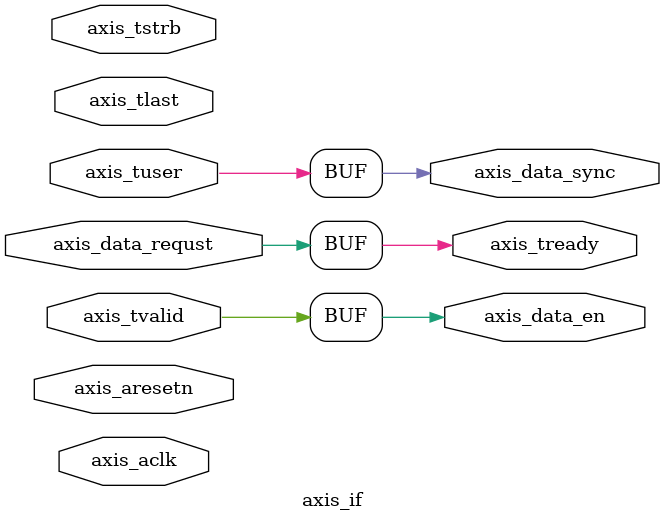
<source format=v>
module axis_if(
	//axi stream interface
	axis_aresetn,				// input wire s00_axis_aresetn
	axis_aclk,        			// input wire s00_axis_aclk
	//.axis_tdata(axis_tdata),     			// input wire [31 : 0] write data
	axis_tvalid,    			// input wire s00_axis_tvalid
	axis_tready,    			// output wire read data ready
	axis_tuser,					// input wire frame sync
	axis_tlast,      			// input wire s00_axis_tlast
	axis_tstrb,      			// input wire [3 : 0] s00_axis_tstrb
	//内部信号
	//.axis_data_out(axis_data_out),
	axis_data_en,				//output axi stream 数据输出使能
	axis_data_sync,				//output axi stream 数据同步
	axis_data_requst,			//input axi stream  数据请求
);
	//system
	input 					axis_aresetn;
	input 					axis_aclk;
	//axi interface 
	input 					axis_tvalid;
	output 					axis_tready;
	input 					axis_tuser;
	input 					axis_tlast; 
	input					axis_tstrb;
	
	//内部信号
	output 					axis_data_en;
    output 					axis_data_sync;	
    input					axis_data_requst;

		//signal
//--------------------------------------------------------------------------//	
	wire 					axis_data_en;
	wire 					axis_data_sync;
	
//--------------------------------------------------------------------------//

//always@(posedge axis_aclk)begin
//	if(!axis_aresetn)begin
//		axis_tready <= 0;
//	end
//	else
//	begin
//		
//	end
//end
assign axis_data_en = axis_tvalid;
assign axis_tready = axis_data_requst;	
assign axis_data_sync = axis_tuser;

//always@(posedge axis_aclk)begin
//	if(!axis_aresetn)begin
//		axis_data_sync <= 0;
//	end
//	else
//	begin
//		if(axis_tuser)begin
//			axis_data_sync <= 1;
//		end
//		else
//		begin
//			axis_data_sync <= 0;
//		end
//	end
//end
	
endmodule











</source>
